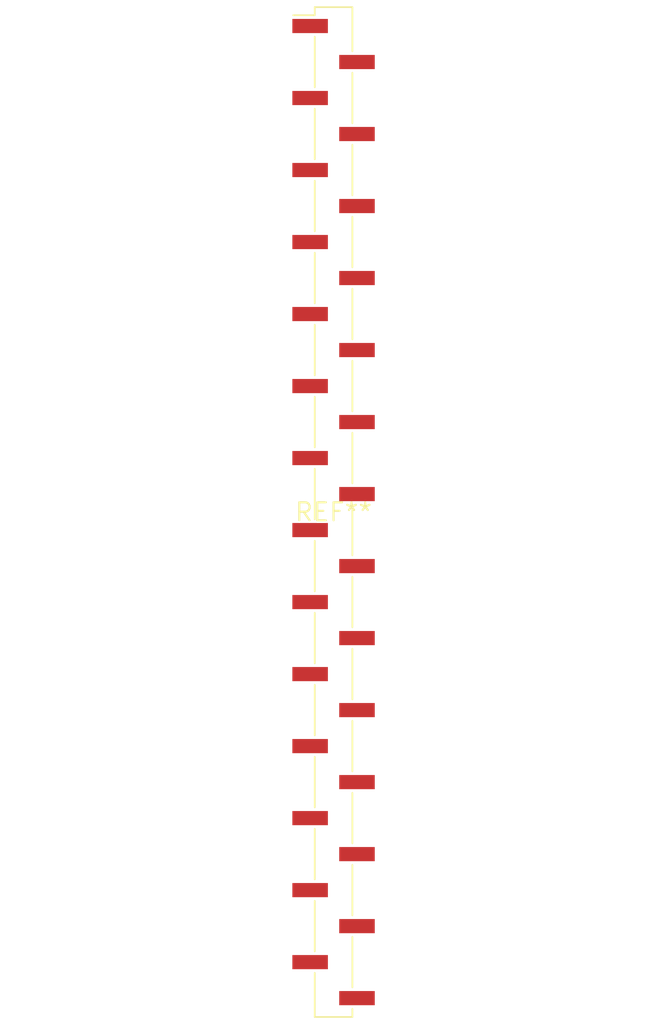
<source format=kicad_pcb>
(kicad_pcb (version 20240108) (generator pcbnew)
  (layers (0 "F.Cu" signal) (31 "B.Cu" signal) (34 "B.Paste" user) (35 "F.Paste" user) (36 "B.SilkS" user "B.Silkscreen") (37 "F.SilkS" user "F.Silkscreen") (38 "B.Mask" user) (39 "F.Mask" user) (44 "Edge.Cuts" user))
  (net 0 "")
  (footprint "PinHeader_1x28_P2.54mm_Vertical_SMD_Pin1Left" (layer "F.Cu") (at 0 0)
    (property "Reference" "REF**")
    (property "Value" "PinHeader_1x28_P2.54mm_Vertical_SMD_Pin1Left")
    (fp_line (start -1.33 -35.62) (end -1.33 -35.05) (layer "F.SilkS") (stroke (width 0.12)))
    (fp_line (start -1.33 -35.62) (end 1.33 -35.62) (layer "F.SilkS") (stroke (width 0.12)))
    (fp_line (start -1.33 -35.05) (end -2.85 -35.05) (layer "F.SilkS") (stroke (width 0.12)))
    (fp_line (start -1.33 -33.53) (end -1.33 -29.97) (layer "F.SilkS") (stroke (width 0.12)))
    (fp_line (start -1.33 -28.45) (end -1.33 -24.89) (layer "F.SilkS") (stroke (width 0.12)))
    (fp_line (start -1.33 -23.37) (end -1.33 -19.81) (layer "F.SilkS") (stroke (width 0.12)))
    (fp_line (start -1.33 -18.29) (end -1.33 -14.73) (layer "F.SilkS") (stroke (width 0.12)))
    (fp_line (start -1.33 -13.21) (end -1.33 -9.65) (layer "F.SilkS") (stroke (width 0.12)))
    (fp_line (start -1.33 -8.13) (end -1.33 -4.57) (layer "F.SilkS") (stroke (width 0.12)))
    (fp_line (start -1.33 -3.05) (end -1.33 0.51) (layer "F.SilkS") (stroke (width 0.12)))
    (fp_line (start -1.33 2.03) (end -1.33 5.59) (layer "F.SilkS") (stroke (width 0.12)))
    (fp_line (start -1.33 7.11) (end -1.33 10.67) (layer "F.SilkS") (stroke (width 0.12)))
    (fp_line (start -1.33 12.19) (end -1.33 15.75) (layer "F.SilkS") (stroke (width 0.12)))
    (fp_line (start -1.33 17.27) (end -1.33 20.83) (layer "F.SilkS") (stroke (width 0.12)))
    (fp_line (start -1.33 22.35) (end -1.33 25.91) (layer "F.SilkS") (stroke (width 0.12)))
    (fp_line (start -1.33 27.43) (end -1.33 30.99) (layer "F.SilkS") (stroke (width 0.12)))
    (fp_line (start -1.33 32.51) (end -1.33 35.62) (layer "F.SilkS") (stroke (width 0.12)))
    (fp_line (start -1.33 35.62) (end 1.33 35.62) (layer "F.SilkS") (stroke (width 0.12)))
    (fp_line (start 1.33 -35.62) (end 1.33 -32.51) (layer "F.SilkS") (stroke (width 0.12)))
    (fp_line (start 1.33 -30.99) (end 1.33 -27.43) (layer "F.SilkS") (stroke (width 0.12)))
    (fp_line (start 1.33 -25.91) (end 1.33 -22.35) (layer "F.SilkS") (stroke (width 0.12)))
    (fp_line (start 1.33 -20.83) (end 1.33 -17.27) (layer "F.SilkS") (stroke (width 0.12)))
    (fp_line (start 1.33 -15.75) (end 1.33 -12.19) (layer "F.SilkS") (stroke (width 0.12)))
    (fp_line (start 1.33 -10.67) (end 1.33 -7.11) (layer "F.SilkS") (stroke (width 0.12)))
    (fp_line (start 1.33 -5.59) (end 1.33 -2.03) (layer "F.SilkS") (stroke (width 0.12)))
    (fp_line (start 1.33 -0.51) (end 1.33 3.05) (layer "F.SilkS") (stroke (width 0.12)))
    (fp_line (start 1.33 4.57) (end 1.33 8.13) (layer "F.SilkS") (stroke (width 0.12)))
    (fp_line (start 1.33 9.65) (end 1.33 13.21) (layer "F.SilkS") (stroke (width 0.12)))
    (fp_line (start 1.33 14.73) (end 1.33 18.29) (layer "F.SilkS") (stroke (width 0.12)))
    (fp_line (start 1.33 19.81) (end 1.33 23.37) (layer "F.SilkS") (stroke (width 0.12)))
    (fp_line (start 1.33 24.89) (end 1.33 28.45) (layer "F.SilkS") (stroke (width 0.12)))
    (fp_line (start 1.33 29.97) (end 1.33 33.53) (layer "F.SilkS") (stroke (width 0.12)))
    (fp_line (start 1.33 35.05) (end 1.33 35.62) (layer "F.SilkS") (stroke (width 0.12)))
    (pad "1" smd rect (at -1.655 -34.29) (size 2.51 1) (layers "F.Cu" "F.Paste" "F.Mask"))
    (pad "2" smd rect (at 1.655 -31.75) (size 2.51 1) (layers "F.Cu" "F.Paste" "F.Mask"))
    (pad "3" smd rect (at -1.655 -29.21) (size 2.51 1) (layers "F.Cu" "F.Paste" "F.Mask"))
    (pad "4" smd rect (at 1.655 -26.67) (size 2.51 1) (layers "F.Cu" "F.Paste" "F.Mask"))
    (pad "5" smd rect (at -1.655 -24.13) (size 2.51 1) (layers "F.Cu" "F.Paste" "F.Mask"))
    (pad "6" smd rect (at 1.655 -21.59) (size 2.51 1) (layers "F.Cu" "F.Paste" "F.Mask"))
    (pad "7" smd rect (at -1.655 -19.05) (size 2.51 1) (layers "F.Cu" "F.Paste" "F.Mask"))
    (pad "8" smd rect (at 1.655 -16.51) (size 2.51 1) (layers "F.Cu" "F.Paste" "F.Mask"))
    (pad "9" smd rect (at -1.655 -13.97) (size 2.51 1) (layers "F.Cu" "F.Paste" "F.Mask"))
    (pad "10" smd rect (at 1.655 -11.43) (size 2.51 1) (layers "F.Cu" "F.Paste" "F.Mask"))
    (pad "11" smd rect (at -1.655 -8.89) (size 2.51 1) (layers "F.Cu" "F.Paste" "F.Mask"))
    (pad "12" smd rect (at 1.655 -6.35) (size 2.51 1) (layers "F.Cu" "F.Paste" "F.Mask"))
    (pad "13" smd rect (at -1.655 -3.81) (size 2.51 1) (layers "F.Cu" "F.Paste" "F.Mask"))
    (pad "14" smd rect (at 1.655 -1.27) (size 2.51 1) (layers "F.Cu" "F.Paste" "F.Mask"))
    (pad "15" smd rect (at -1.655 1.27) (size 2.51 1) (layers "F.Cu" "F.Paste" "F.Mask"))
    (pad "16" smd rect (at 1.655 3.81) (size 2.51 1) (layers "F.Cu" "F.Paste" "F.Mask"))
    (pad "17" smd rect (at -1.655 6.35) (size 2.51 1) (layers "F.Cu" "F.Paste" "F.Mask"))
    (pad "18" smd rect (at 1.655 8.89) (size 2.51 1) (layers "F.Cu" "F.Paste" "F.Mask"))
    (pad "19" smd rect (at -1.655 11.43) (size 2.51 1) (layers "F.Cu" "F.Paste" "F.Mask"))
    (pad "20" smd rect (at 1.655 13.97) (size 2.51 1) (layers "F.Cu" "F.Paste" "F.Mask"))
    (pad "21" smd rect (at -1.655 16.51) (size 2.51 1) (layers "F.Cu" "F.Paste" "F.Mask"))
    (pad "22" smd rect (at 1.655 19.05) (size 2.51 1) (layers "F.Cu" "F.Paste" "F.Mask"))
    (pad "23" smd rect (at -1.655 21.59) (size 2.51 1) (layers "F.Cu" "F.Paste" "F.Mask"))
    (pad "24" smd rect (at 1.655 24.13) (size 2.51 1) (layers "F.Cu" "F.Paste" "F.Mask"))
    (pad "25" smd rect (at -1.655 26.67) (size 2.51 1) (layers "F.Cu" "F.Paste" "F.Mask"))
    (pad "26" smd rect (at 1.655 29.21) (size 2.51 1) (layers "F.Cu" "F.Paste" "F.Mask"))
    (pad "27" smd rect (at -1.655 31.75) (size 2.51 1) (layers "F.Cu" "F.Paste" "F.Mask"))
    (pad "28" smd rect (at 1.655 34.29) (size 2.51 1) (layers "F.Cu" "F.Paste" "F.Mask"))
  )
)
</source>
